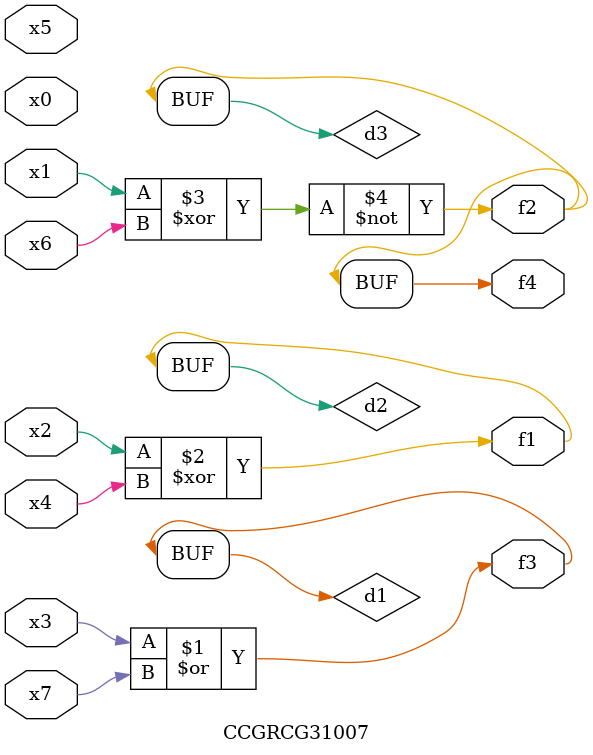
<source format=v>
module CCGRCG31007(
	input x0, x1, x2, x3, x4, x5, x6, x7,
	output f1, f2, f3, f4
);

	wire d1, d2, d3;

	or (d1, x3, x7);
	xor (d2, x2, x4);
	xnor (d3, x1, x6);
	assign f1 = d2;
	assign f2 = d3;
	assign f3 = d1;
	assign f4 = d3;
endmodule

</source>
